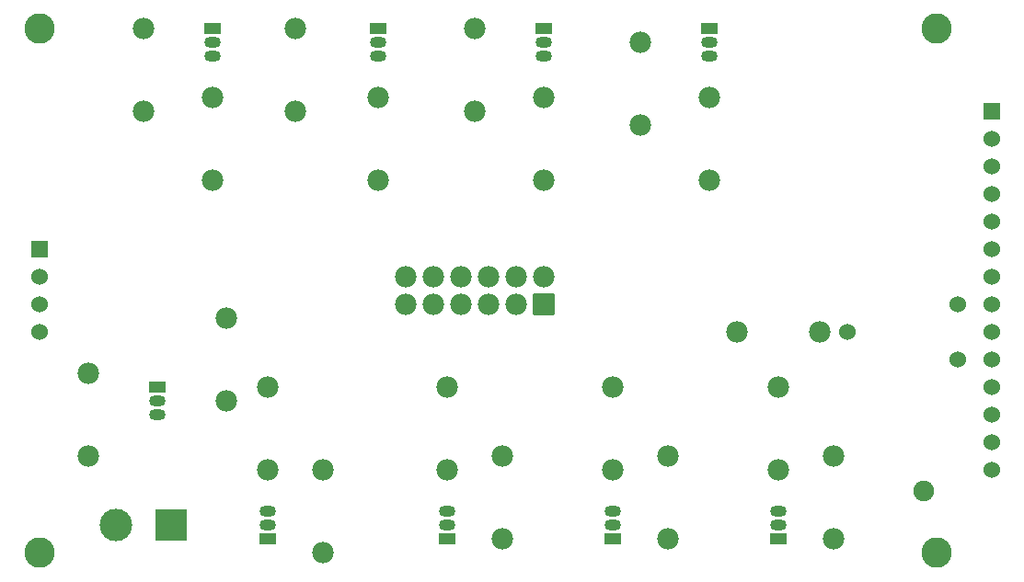
<source format=gbr>
%TF.GenerationSoftware,KiCad,Pcbnew,8.0.4*%
%TF.CreationDate,2024-09-20T16:26:43-06:00*%
%TF.ProjectId,Subsystem SPI Breakout v3,53756273-7973-4746-956d-205350492042,rev?*%
%TF.SameCoordinates,Original*%
%TF.FileFunction,Soldermask,Bot*%
%TF.FilePolarity,Negative*%
%FSLAX46Y46*%
G04 Gerber Fmt 4.6, Leading zero omitted, Abs format (unit mm)*
G04 Created by KiCad (PCBNEW 8.0.4) date 2024-09-20 16:26:43*
%MOMM*%
%LPD*%
G01*
G04 APERTURE LIST*
G04 Aperture macros list*
%AMRoundRect*
0 Rectangle with rounded corners*
0 $1 Rounding radius*
0 $2 $3 $4 $5 $6 $7 $8 $9 X,Y pos of 4 corners*
0 Add a 4 corners polygon primitive as box body*
4,1,4,$2,$3,$4,$5,$6,$7,$8,$9,$2,$3,0*
0 Add four circle primitives for the rounded corners*
1,1,$1+$1,$2,$3*
1,1,$1+$1,$4,$5*
1,1,$1+$1,$6,$7*
1,1,$1+$1,$8,$9*
0 Add four rect primitives between the rounded corners*
20,1,$1+$1,$2,$3,$4,$5,0*
20,1,$1+$1,$4,$5,$6,$7,0*
20,1,$1+$1,$6,$7,$8,$9,0*
20,1,$1+$1,$8,$9,$2,$3,0*%
G04 Aperture macros list end*
%ADD10C,2.794000*%
%ADD11C,1.524000*%
%ADD12R,1.524000X1.524000*%
%ADD13C,1.982000*%
%ADD14R,1.500000X1.050000*%
%ADD15O,1.500000X1.050000*%
%ADD16C,1.905000*%
%ADD17R,3.000000X3.000000*%
%ADD18C,3.000000*%
%ADD19RoundRect,0.102000X0.889000X0.889000X-0.889000X0.889000X-0.889000X-0.889000X0.889000X-0.889000X0*%
G04 APERTURE END LIST*
D10*
%TO.C,U2*%
X191060000Y-119380000D03*
X191060000Y-71120000D03*
X108510000Y-119380000D03*
X108510000Y-71120000D03*
D11*
X196140000Y-83820000D03*
X196140000Y-88900000D03*
X196140000Y-81280000D03*
X196140000Y-96520000D03*
X196140000Y-86360000D03*
X196140000Y-93980000D03*
X196140000Y-91440000D03*
X196140000Y-99060000D03*
D12*
X108510000Y-91440000D03*
D11*
X108510000Y-96520000D03*
X108510000Y-93980000D03*
X108510000Y-99060000D03*
X196140000Y-101600000D03*
X196140000Y-104140000D03*
X196140000Y-106680000D03*
X196140000Y-109220000D03*
X196140000Y-111760000D03*
D12*
X196140000Y-78740000D03*
%TD*%
D13*
%TO.C,R5*%
X118110000Y-78740000D03*
X118110000Y-71120000D03*
%TD*%
%TO.C,R9*%
X172720000Y-99060000D03*
X180340000Y-99060000D03*
%TD*%
D11*
%TO.C,Brightness Adjust1*%
X182880000Y-99060000D03*
X193040000Y-96520000D03*
X193040000Y-101600000D03*
%TD*%
D13*
%TO.C,R16*%
X134620000Y-111760000D03*
X134620000Y-119380000D03*
%TD*%
%TO.C,R10*%
X148590000Y-78740000D03*
X148590000Y-71120000D03*
%TD*%
D14*
%TO.C,CS_SD1*%
X139700000Y-71120000D03*
D15*
X139700000Y-72390000D03*
X139700000Y-73660000D03*
%TD*%
D14*
%TO.C,DC1*%
X170180000Y-71120000D03*
D15*
X170180000Y-72390000D03*
X170180000Y-73660000D03*
%TD*%
D13*
%TO.C,R1*%
X181610000Y-110490000D03*
X181610000Y-118110000D03*
%TD*%
%TO.C,R17*%
X129540000Y-104140000D03*
X129540000Y-111760000D03*
%TD*%
%TO.C,R14*%
X132080000Y-78740000D03*
X132080000Y-71120000D03*
%TD*%
%TO.C,R11*%
X154940000Y-85090000D03*
X154940000Y-77470000D03*
%TD*%
D14*
%TO.C,RESET1*%
X146050000Y-118110000D03*
D15*
X146050000Y-116840000D03*
X146050000Y-115570000D03*
%TD*%
D13*
%TO.C,R6*%
X124460000Y-85090000D03*
X124460000Y-77470000D03*
%TD*%
D14*
%TO.C,MISO1*%
X124460000Y-71120000D03*
D15*
X124460000Y-72390000D03*
X124460000Y-73660000D03*
%TD*%
D16*
%TO.C,U1*%
X189865000Y-113665000D03*
%TD*%
D17*
%TO.C,LS1*%
X120650000Y-116840000D03*
D18*
X115570000Y-116840000D03*
%TD*%
D13*
%TO.C,R15*%
X139700000Y-85090000D03*
X139700000Y-77470000D03*
%TD*%
D19*
%TO.C,C1*%
X154940000Y-96520000D03*
D13*
X152400000Y-96520000D03*
X149860000Y-96520000D03*
X144780000Y-93980000D03*
X144780000Y-96520000D03*
X142240000Y-96520000D03*
X147320000Y-96520000D03*
X147320000Y-93980000D03*
X154940000Y-93980000D03*
X149860000Y-93980000D03*
X152400000Y-93980000D03*
X142240000Y-93980000D03*
%TD*%
D14*
%TO.C,MOSI1*%
X161290000Y-118110000D03*
D15*
X161290000Y-116840000D03*
X161290000Y-115570000D03*
%TD*%
D13*
%TO.C,R12*%
X163830000Y-80010000D03*
X163830000Y-72390000D03*
%TD*%
%TO.C,R2*%
X176530000Y-104140000D03*
X176530000Y-111760000D03*
%TD*%
D14*
%TO.C,Amplifying Transistor1*%
X119380000Y-104140000D03*
D15*
X119380000Y-105410000D03*
X119380000Y-106680000D03*
%TD*%
D13*
%TO.C,R7*%
X113030000Y-102870000D03*
X113030000Y-110490000D03*
%TD*%
%TO.C,R13*%
X170180000Y-85090000D03*
X170180000Y-77470000D03*
%TD*%
%TO.C,R19*%
X146050000Y-104140000D03*
X146050000Y-111760000D03*
%TD*%
D14*
%TO.C,CS_TFT1*%
X154940000Y-71120000D03*
D15*
X154940000Y-72390000D03*
X154940000Y-73660000D03*
%TD*%
D14*
%TO.C,SCK1*%
X176530000Y-118110000D03*
D15*
X176530000Y-116840000D03*
X176530000Y-115570000D03*
%TD*%
D13*
%TO.C,R3*%
X166370000Y-110490000D03*
X166370000Y-118110000D03*
%TD*%
%TO.C,R18*%
X151130000Y-110490000D03*
X151130000Y-118110000D03*
%TD*%
%TO.C,R8*%
X125730000Y-105410000D03*
X125730000Y-97790000D03*
%TD*%
%TO.C,R4*%
X161290000Y-104140000D03*
X161290000Y-111760000D03*
%TD*%
D14*
%TO.C,CS_Touch1*%
X129540000Y-118110000D03*
D15*
X129540000Y-116840000D03*
X129540000Y-115570000D03*
%TD*%
M02*

</source>
